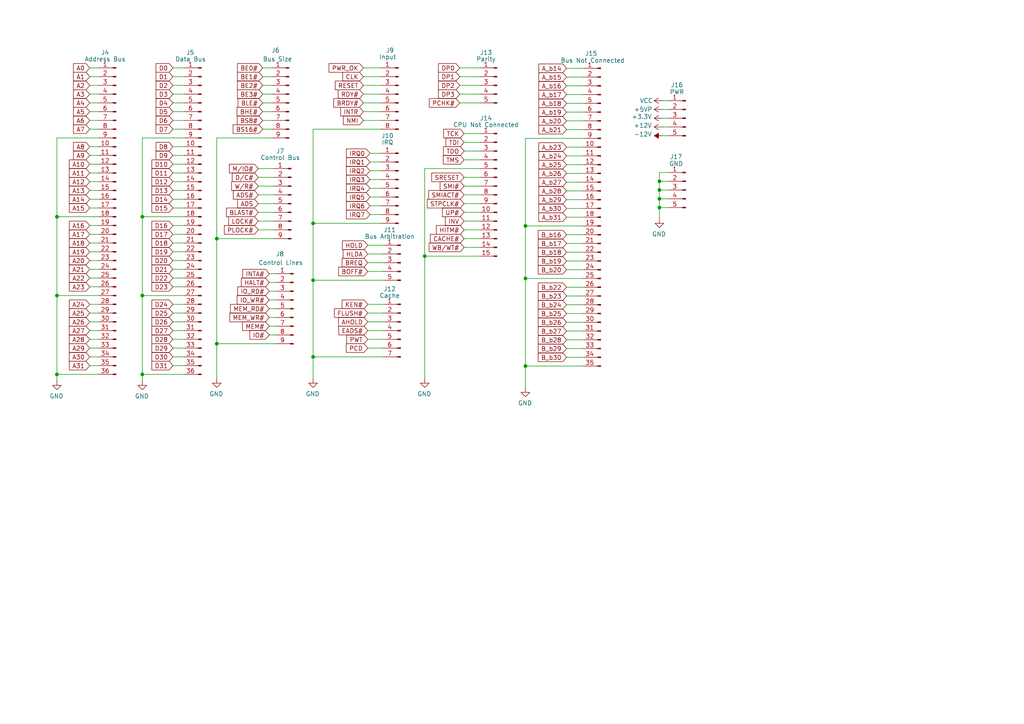
<source format=kicad_sch>
(kicad_sch (version 20211123) (generator eeschema)
  (paper "A4")
  (lib_symbols
    (symbol "Connector:Conn_01x05_Male" (pin_names (offset 1.016) hide)
      (property "Reference" "J" (at 0 7.62 0))
      (property "Value" "Conn_01x05_Male" (at 0 -7.62 0))
      (symbol "Conn_01x05_Male_1_1"
        (pin passive line (at 5.08 5.08 180) (length 3.81) (name "Pin_1") (number "1"))
        (pin passive line (at 5.08 2.54 180) (length 3.81) (name "Pin_2") (number "2"))
        (pin passive line (at 5.08 0 180) (length 3.81) (name "Pin_3") (number "3"))
        (pin passive line (at 5.08 -2.54 180) (length 3.81) (name "Pin_4") (number "4"))
        (pin passive line (at 5.08 -5.08 180) (length 3.81) (name "Pin_5") (number "5"))
      )
    )
    (symbol "Connector:Conn_01x07_Male" (pin_names (offset 1.016) hide)
      (property "Reference" "J" (at 0 10.16 0))
      (property "Value" "Conn_01x07_Male" (at 0 -10.16 0))
      (symbol "Conn_01x07_Male_1_1"
        (pin passive line (at 5.08 7.62 180) (length 3.81) (name "Pin_1") (number "1"))
        (pin passive line (at 5.08 5.08 180) (length 3.81) (name "Pin_2") (number "2"))
        (pin passive line (at 5.08 2.54 180) (length 3.81) (name "Pin_3") (number "3"))
        (pin passive line (at 5.08 0 180) (length 3.81) (name "Pin_4") (number "4"))
        (pin passive line (at 5.08 -2.54 180) (length 3.81) (name "Pin_5") (number "5"))
        (pin passive line (at 5.08 -5.08 180) (length 3.81) (name "Pin_6") (number "6"))
        (pin passive line (at 5.08 -7.62 180) (length 3.81) (name "Pin_7") (number "7"))
      )
    )
    (symbol "Connector:Conn_01x08_Male" (pin_names (offset 1.016) hide)
      (property "Reference" "J" (at 0 10.16 0))
      (property "Value" "Conn_01x08_Male" (at 0 -12.7 0))
      (symbol "Conn_01x08_Male_1_1"
        (pin passive line (at 5.08 7.62 180) (length 3.81) (name "Pin_1") (number "1"))
        (pin passive line (at 5.08 5.08 180) (length 3.81) (name "Pin_2") (number "2"))
        (pin passive line (at 5.08 2.54 180) (length 3.81) (name "Pin_3") (number "3"))
        (pin passive line (at 5.08 0 180) (length 3.81) (name "Pin_4") (number "4"))
        (pin passive line (at 5.08 -2.54 180) (length 3.81) (name "Pin_5") (number "5"))
        (pin passive line (at 5.08 -5.08 180) (length 3.81) (name "Pin_6") (number "6"))
        (pin passive line (at 5.08 -7.62 180) (length 3.81) (name "Pin_7") (number "7"))
        (pin passive line (at 5.08 -10.16 180) (length 3.81) (name "Pin_8") (number "8"))
      )
    )
    (symbol "Connector:Conn_01x09_Male" (pin_names (offset 1.016) hide)
      (property "Reference" "J" (at 0 12.7 0))
      (property "Value" "Conn_01x09_Male" (at 0 -12.7 0))
      (symbol "Conn_01x09_Male_1_1"
        (pin passive line (at 5.08 10.16 180) (length 3.81) (name "Pin_1") (number "1"))
        (pin passive line (at 5.08 7.62 180) (length 3.81) (name "Pin_2") (number "2"))
        (pin passive line (at 5.08 5.08 180) (length 3.81) (name "Pin_3") (number "3"))
        (pin passive line (at 5.08 2.54 180) (length 3.81) (name "Pin_4") (number "4"))
        (pin passive line (at 5.08 0 180) (length 3.81) (name "Pin_5") (number "5"))
        (pin passive line (at 5.08 -2.54 180) (length 3.81) (name "Pin_6") (number "6"))
        (pin passive line (at 5.08 -5.08 180) (length 3.81) (name "Pin_7") (number "7"))
        (pin passive line (at 5.08 -7.62 180) (length 3.81) (name "Pin_8") (number "8"))
        (pin passive line (at 5.08 -10.16 180) (length 3.81) (name "Pin_9") (number "9"))
      )
    )
    (symbol "Connector:Conn_01x15_Male" (pin_names (offset 1.016) hide)
      (property "Reference" "J" (at 0 20.32 0))
      (property "Value" "Conn_01x15_Male" (at 0 -20.32 0))
      (symbol "Conn_01x15_Male_1_1"
        (pin passive line (at 5.08 17.78 180) (length 3.81) (name "Pin_1") (number "1"))
        (pin passive line (at 5.08 -5.08 180) (length 3.81) (name "Pin_10") (number "10"))
        (pin passive line (at 5.08 -7.62 180) (length 3.81) (name "Pin_11") (number "11"))
        (pin passive line (at 5.08 -10.16 180) (length 3.81) (name "Pin_12") (number "12"))
        (pin passive line (at 5.08 -12.7 180) (length 3.81) (name "Pin_13") (number "13"))
        (pin passive line (at 5.08 -15.24 180) (length 3.81) (name "Pin_14") (number "14"))
        (pin passive line (at 5.08 -17.78 180) (length 3.81) (name "Pin_15") (number "15"))
        (pin passive line (at 5.08 15.24 180) (length 3.81) (name "Pin_2") (number "2"))
        (pin passive line (at 5.08 12.7 180) (length 3.81) (name "Pin_3") (number "3"))
        (pin passive line (at 5.08 10.16 180) (length 3.81) (name "Pin_4") (number "4"))
        (pin passive line (at 5.08 7.62 180) (length 3.81) (name "Pin_5") (number "5"))
        (pin passive line (at 5.08 5.08 180) (length 3.81) (name "Pin_6") (number "6"))
        (pin passive line (at 5.08 2.54 180) (length 3.81) (name "Pin_7") (number "7"))
        (pin passive line (at 5.08 0 180) (length 3.81) (name "Pin_8") (number "8"))
        (pin passive line (at 5.08 -2.54 180) (length 3.81) (name "Pin_9") (number "9"))
      )
    )
    (symbol "Connector:Conn_01x35_Male" (pin_names (offset 1.016) hide)
      (property "Reference" "J" (at 0 45.72 0))
      (property "Value" "Conn_01x35_Male" (at 0 -45.72 0))
      (symbol "Conn_01x35_Male_1_1"
        (pin passive line (at 5.08 43.18 180) (length 3.81) (name "Pin_1") (number "1"))
        (pin passive line (at 5.08 20.32 180) (length 3.81) (name "Pin_10") (number "10"))
        (pin passive line (at 5.08 17.78 180) (length 3.81) (name "Pin_11") (number "11"))
        (pin passive line (at 5.08 15.24 180) (length 3.81) (name "Pin_12") (number "12"))
        (pin passive line (at 5.08 12.7 180) (length 3.81) (name "Pin_13") (number "13"))
        (pin passive line (at 5.08 10.16 180) (length 3.81) (name "Pin_14") (number "14"))
        (pin passive line (at 5.08 7.62 180) (length 3.81) (name "Pin_15") (number "15"))
        (pin passive line (at 5.08 5.08 180) (length 3.81) (name "Pin_16") (number "16"))
        (pin passive line (at 5.08 2.54 180) (length 3.81) (name "Pin_17") (number "17"))
        (pin passive line (at 5.08 0 180) (length 3.81) (name "Pin_18") (number "18"))
        (pin passive line (at 5.08 -2.54 180) (length 3.81) (name "Pin_19") (number "19"))
        (pin passive line (at 5.08 40.64 180) (length 3.81) (name "Pin_2") (number "2"))
        (pin passive line (at 5.08 -5.08 180) (length 3.81) (name "Pin_20") (number "20"))
        (pin passive line (at 5.08 -7.62 180) (length 3.81) (name "Pin_21") (number "21"))
        (pin passive line (at 5.08 -10.16 180) (length 3.81) (name "Pin_22") (number "22"))
        (pin passive line (at 5.08 -12.7 180) (length 3.81) (name "Pin_23") (number "23"))
        (pin passive line (at 5.08 -15.24 180) (length 3.81) (name "Pin_24") (number "24"))
        (pin passive line (at 5.08 -17.78 180) (length 3.81) (name "Pin_25") (number "25"))
        (pin passive line (at 5.08 -20.32 180) (length 3.81) (name "Pin_26") (number "26"))
        (pin passive line (at 5.08 -22.86 180) (length 3.81) (name "Pin_27") (number "27"))
        (pin passive line (at 5.08 -25.4 180) (length 3.81) (name "Pin_28") (number "28"))
        (pin passive line (at 5.08 -27.94 180) (length 3.81) (name "Pin_29") (number "29"))
        (pin passive line (at 5.08 38.1 180) (length 3.81) (name "Pin_3") (number "3"))
        (pin passive line (at 5.08 -30.48 180) (length 3.81) (name "Pin_30") (number "30"))
        (pin passive line (at 5.08 -33.02 180) (length 3.81) (name "Pin_31") (number "31"))
        (pin passive line (at 5.08 -35.56 180) (length 3.81) (name "Pin_32") (number "32"))
        (pin passive line (at 5.08 -38.1 180) (length 3.81) (name "Pin_33") (number "33"))
        (pin passive line (at 5.08 -40.64 180) (length 3.81) (name "Pin_34") (number "34"))
        (pin passive line (at 5.08 -43.18 180) (length 3.81) (name "Pin_35") (number "35"))
        (pin passive line (at 5.08 35.56 180) (length 3.81) (name "Pin_4") (number "4"))
        (pin passive line (at 5.08 33.02 180) (length 3.81) (name "Pin_5") (number "5"))
        (pin passive line (at 5.08 30.48 180) (length 3.81) (name "Pin_6") (number "6"))
        (pin passive line (at 5.08 27.94 180) (length 3.81) (name "Pin_7") (number "7"))
        (pin passive line (at 5.08 25.4 180) (length 3.81) (name "Pin_8") (number "8"))
        (pin passive line (at 5.08 22.86 180) (length 3.81) (name "Pin_9") (number "9"))
      )
    )
    (symbol "Connector:Conn_01x36_Male" (pin_names (offset 1.016) hide)
      (property "Reference" "J" (at 0 45.72 0))
      (property "Value" "Conn_01x36_Male" (at 0 -48.26 0))
      (symbol "Conn_01x36_Male_1_1"
        (pin passive line (at 5.08 43.18 180) (length 3.81) (name "Pin_1") (number "1"))
        (pin passive line (at 5.08 20.32 180) (length 3.81) (name "Pin_10") (number "10"))
        (pin passive line (at 5.08 17.78 180) (length 3.81) (name "Pin_11") (number "11"))
        (pin passive line (at 5.08 15.24 180) (length 3.81) (name "Pin_12") (number "12"))
        (pin passive line (at 5.08 12.7 180) (length 3.81) (name "Pin_13") (number "13"))
        (pin passive line (at 5.08 10.16 180) (length 3.81) (name "Pin_14") (number "14"))
        (pin passive line (at 5.08 7.62 180) (length 3.81) (name "Pin_15") (number "15"))
        (pin passive line (at 5.08 5.08 180) (length 3.81) (name "Pin_16") (number "16"))
        (pin passive line (at 5.08 2.54 180) (length 3.81) (name "Pin_17") (number "17"))
        (pin passive line (at 5.08 0 180) (length 3.81) (name "Pin_18") (number "18"))
        (pin passive line (at 5.08 -2.54 180) (length 3.81) (name "Pin_19") (number "19"))
        (pin passive line (at 5.08 40.64 180) (length 3.81) (name "Pin_2") (number "2"))
        (pin passive line (at 5.08 -5.08 180) (length 3.81) (name "Pin_20") (number "20"))
        (pin passive line (at 5.08 -7.62 180) (length 3.81) (name "Pin_21") (number "21"))
        (pin passive line (at 5.08 -10.16 180) (length 3.81) (name "Pin_22") (number "22"))
        (pin passive line (at 5.08 -12.7 180) (length 3.81) (name "Pin_23") (number "23"))
        (pin passive line (at 5.08 -15.24 180) (length 3.81) (name "Pin_24") (number "24"))
        (pin passive line (at 5.08 -17.78 180) (length 3.81) (name "Pin_25") (number "25"))
        (pin passive line (at 5.08 -20.32 180) (length 3.81) (name "Pin_26") (number "26"))
        (pin passive line (at 5.08 -22.86 180) (length 3.81) (name "Pin_27") (number "27"))
        (pin passive line (at 5.08 -25.4 180) (length 3.81) (name "Pin_28") (number "28"))
        (pin passive line (at 5.08 -27.94 180) (length 3.81) (name "Pin_29") (number "29"))
        (pin passive line (at 5.08 38.1 180) (length 3.81) (name "Pin_3") (number "3"))
        (pin passive line (at 5.08 -30.48 180) (length 3.81) (name "Pin_30") (number "30"))
        (pin passive line (at 5.08 -33.02 180) (length 3.81) (name "Pin_31") (number "31"))
        (pin passive line (at 5.08 -35.56 180) (length 3.81) (name "Pin_32") (number "32"))
        (pin passive line (at 5.08 -38.1 180) (length 3.81) (name "Pin_33") (number "33"))
        (pin passive line (at 5.08 -40.64 180) (length 3.81) (name "Pin_34") (number "34"))
        (pin passive line (at 5.08 -43.18 180) (length 3.81) (name "Pin_35") (number "35"))
        (pin passive line (at 5.08 -45.72 180) (length 3.81) (name "Pin_36") (number "36"))
        (pin passive line (at 5.08 35.56 180) (length 3.81) (name "Pin_4") (number "4"))
        (pin passive line (at 5.08 33.02 180) (length 3.81) (name "Pin_5") (number "5"))
        (pin passive line (at 5.08 30.48 180) (length 3.81) (name "Pin_6") (number "6"))
        (pin passive line (at 5.08 27.94 180) (length 3.81) (name "Pin_7") (number "7"))
        (pin passive line (at 5.08 25.4 180) (length 3.81) (name "Pin_8") (number "8"))
        (pin passive line (at 5.08 22.86 180) (length 3.81) (name "Pin_9") (number "9"))
      )
    )
    (symbol "power:+12V" (power) (pin_names (offset 0))
      (property "Value" "+12V" (at 0 3.556 0))
      (symbol "+12V_1_1"
        (pin power_in line (at 0 0 90) (length 0) hide (name "+12V") (number "1"))
      )
    )
    (symbol "power:+3.3V" (power) (pin_names (offset 0))
      (property "Value" "+3.3V" (at 0 3.556 0))
      (symbol "+3.3V_1_1"
        (pin power_in line (at 0 0 90) (length 0) hide (name "+3.3V") (number "1"))
      )
    )
    (symbol "power:+5VP" (power) (pin_names (offset 0))
      (property "Value" "+5VP" (at 0 3.556 0))
      (symbol "+5VP_1_1"
        (pin power_in line (at 0 0 90) (length 0) hide (name "+5VP") (number "1"))
      )
    )
    (symbol "power:-12V" (power) (pin_names (offset 0))
      (property "Value" "-12V" (at 0 3.81 0))
      (symbol "-12V_0_0"
        (pin power_in line (at 0 0 90) (length 0) hide (name "-12V") (number "1"))
      )
    )
    (symbol "power:GND" (power) (pin_names (offset 0))
      (property "Value" "GND" (at 0 -3.81 0))
      (symbol "GND_1_1"
        (pin power_in line (at 0 0 270) (length 0) hide (name "GND") (number "1"))
      )
    )
    (symbol "power:VCC" (power) (pin_names (offset 0))
      (property "Value" "VCC" (at 0 3.81 0))
      (symbol "VCC_1_1"
        (pin power_in line (at 0 0 90) (length 0) hide (name "VCC") (number "1"))
      )
    )
  )
  (junction (at 152.4 65.532))
  (junction (at 16.51 85.725))
  (junction (at 191.262 55.118))
  (junction (at 62.865 69.215))
  (junction (at 191.262 60.198))
  (junction (at 123.19 74.295))
  (junction (at 62.865 99.695))
  (junction (at 41.275 108.585))
  (junction (at 41.275 85.725))
  (junction (at 152.4 80.772))
  (junction (at 191.262 52.578))
  (junction (at 41.275 62.865))
  (junction (at 191.262 57.658))
  (junction (at 90.805 64.77))
  (junction (at 16.51 108.585))
  (junction (at 90.805 81.28))
  (junction (at 16.51 62.865))
  (junction (at 90.805 103.505))
  (junction (at 152.4 106.172))
  (wire (pts (xy 106.68 76.2) (xy 111.125 76.2)))
  (wire (pts (xy 107.315 54.61) (xy 110.49 54.61)))
  (wire (pts (xy 134.62 41.275) (xy 139.065 41.275)))
  (wire (pts (xy 134.62 43.815) (xy 139.065 43.815)))
  (wire (pts (xy 53.34 70.485) (xy 50.165 70.485)))
  (wire (pts (xy 28.575 57.785) (xy 26.035 57.785)))
  (wire (pts (xy 105.41 34.925) (xy 110.49 34.925)))
  (wire (pts (xy 152.4 65.532) (xy 169.164 65.532)))
  (wire (pts (xy 134.62 71.755) (xy 139.065 71.755)))
  (wire (pts (xy 169.164 19.812) (xy 164.338 19.812)))
  (wire (pts (xy 28.575 52.705) (xy 26.035 52.705)))
  (wire (pts (xy 74.93 56.515) (xy 79.375 56.515)))
  (wire (pts (xy 133.35 29.845) (xy 139.065 29.845)))
  (wire (pts (xy 105.41 27.305) (xy 110.49 27.305)))
  (wire (pts (xy 90.805 81.28) (xy 111.125 81.28)))
  (wire (pts (xy 28.575 80.645) (xy 26.035 80.645)))
  (wire (pts (xy 28.575 34.925) (xy 26.035 34.925)))
  (wire (pts (xy 164.338 78.232) (xy 169.164 78.232)))
  (wire (pts (xy 53.34 45.085) (xy 50.165 45.085)))
  (wire (pts (xy 134.62 38.735) (xy 139.065 38.735)))
  (wire (pts (xy 50.165 83.185) (xy 53.34 83.185)))
  (wire (pts (xy 139.065 74.295) (xy 123.19 74.295)))
  (wire (pts (xy 106.68 78.74) (xy 111.125 78.74)))
  (wire (pts (xy 53.34 103.505) (xy 50.165 103.505)))
  (wire (pts (xy 193.802 31.75) (xy 192.278 31.75)))
  (wire (pts (xy 169.164 35.052) (xy 164.338 35.052)))
  (wire (pts (xy 164.338 96.012) (xy 169.164 96.012)))
  (wire (pts (xy 105.41 24.765) (xy 110.49 24.765)))
  (wire (pts (xy 62.865 40.005) (xy 62.865 69.215)))
  (wire (pts (xy 193.802 34.29) (xy 192.278 34.29)))
  (wire (pts (xy 28.575 98.425) (xy 26.035 98.425)))
  (wire (pts (xy 28.575 47.625) (xy 26.035 47.625)))
  (wire (pts (xy 139.065 24.765) (xy 133.35 24.765)))
  (wire (pts (xy 28.575 88.265) (xy 26.035 88.265)))
  (wire (pts (xy 164.338 62.992) (xy 169.164 62.992)))
  (wire (pts (xy 193.802 52.578) (xy 191.262 52.578)))
  (wire (pts (xy 53.34 93.345) (xy 50.165 93.345)))
  (wire (pts (xy 139.065 22.225) (xy 133.35 22.225)))
  (wire (pts (xy 28.575 106.045) (xy 26.035 106.045)))
  (wire (pts (xy 28.575 42.545) (xy 26.035 42.545)))
  (wire (pts (xy 50.165 42.545) (xy 53.34 42.545)))
  (wire (pts (xy 193.802 60.198) (xy 191.262 60.198)))
  (wire (pts (xy 62.865 99.695) (xy 80.01 99.695)))
  (wire (pts (xy 169.164 80.772) (xy 152.4 80.772)))
  (wire (pts (xy 169.164 27.432) (xy 164.338 27.432)))
  (wire (pts (xy 134.62 56.515) (xy 139.065 56.515)))
  (wire (pts (xy 62.865 40.005) (xy 78.74 40.005)))
  (wire (pts (xy 74.93 59.055) (xy 79.375 59.055)))
  (wire (pts (xy 169.164 50.292) (xy 164.338 50.292)))
  (wire (pts (xy 53.34 62.865) (xy 41.275 62.865)))
  (wire (pts (xy 62.865 99.695) (xy 62.865 109.855)))
  (wire (pts (xy 26.035 22.225) (xy 28.575 22.225)))
  (wire (pts (xy 28.575 95.885) (xy 26.035 95.885)))
  (wire (pts (xy 134.62 51.435) (xy 139.065 51.435)))
  (wire (pts (xy 50.165 47.625) (xy 53.34 47.625)))
  (wire (pts (xy 28.575 37.465) (xy 26.035 37.465)))
  (wire (pts (xy 53.34 60.325) (xy 50.165 60.325)))
  (wire (pts (xy 50.165 90.805) (xy 53.34 90.805)))
  (wire (pts (xy 164.338 101.092) (xy 169.164 101.092)))
  (wire (pts (xy 28.575 29.845) (xy 26.035 29.845)))
  (wire (pts (xy 53.34 29.845) (xy 50.165 29.845)))
  (wire (pts (xy 76.2 24.765) (xy 78.74 24.765)))
  (wire (pts (xy 16.51 108.585) (xy 16.51 110.49)))
  (wire (pts (xy 152.4 80.772) (xy 152.4 106.172)))
  (wire (pts (xy 152.4 40.132) (xy 152.4 65.532)))
  (wire (pts (xy 28.575 62.865) (xy 16.51 62.865)))
  (wire (pts (xy 80.01 92.075) (xy 78.105 92.075)))
  (wire (pts (xy 123.19 48.895) (xy 123.19 74.295)))
  (wire (pts (xy 105.41 29.845) (xy 110.49 29.845)))
  (wire (pts (xy 28.575 70.485) (xy 26.035 70.485)))
  (wire (pts (xy 76.2 29.845) (xy 78.74 29.845)))
  (wire (pts (xy 53.34 34.925) (xy 50.165 34.925)))
  (wire (pts (xy 50.165 37.465) (xy 53.34 37.465)))
  (wire (pts (xy 74.93 64.135) (xy 79.375 64.135)))
  (wire (pts (xy 191.262 57.658) (xy 191.262 60.198)))
  (wire (pts (xy 28.575 103.505) (xy 26.035 103.505)))
  (wire (pts (xy 169.164 42.672) (xy 164.338 42.672)))
  (wire (pts (xy 79.375 66.675) (xy 74.93 66.675)))
  (wire (pts (xy 78.74 34.925) (xy 76.2 34.925)))
  (wire (pts (xy 16.51 62.865) (xy 16.51 85.725)))
  (wire (pts (xy 169.164 60.452) (xy 164.338 60.452)))
  (wire (pts (xy 134.62 61.595) (xy 139.065 61.595)))
  (wire (pts (xy 169.164 24.892) (xy 164.338 24.892)))
  (wire (pts (xy 50.165 32.385) (xy 53.34 32.385)))
  (wire (pts (xy 28.575 50.165) (xy 26.035 50.165)))
  (wire (pts (xy 139.065 27.305) (xy 133.35 27.305)))
  (wire (pts (xy 50.165 52.705) (xy 53.34 52.705)))
  (wire (pts (xy 139.065 19.685) (xy 133.35 19.685)))
  (wire (pts (xy 74.93 51.435) (xy 79.375 51.435)))
  (wire (pts (xy 74.93 48.895) (xy 79.375 48.895)))
  (wire (pts (xy 80.01 79.375) (xy 78.105 79.375)))
  (wire (pts (xy 123.19 74.295) (xy 123.19 109.855)))
  (wire (pts (xy 134.62 59.055) (xy 139.065 59.055)))
  (wire (pts (xy 28.575 73.025) (xy 26.035 73.025)))
  (wire (pts (xy 106.68 71.12) (xy 111.125 71.12)))
  (wire (pts (xy 134.62 69.215) (xy 139.065 69.215)))
  (wire (pts (xy 164.338 85.852) (xy 169.164 85.852)))
  (wire (pts (xy 41.275 85.725) (xy 41.275 108.585)))
  (wire (pts (xy 106.68 93.345) (xy 111.125 93.345)))
  (wire (pts (xy 53.34 88.265) (xy 50.165 88.265)))
  (wire (pts (xy 152.4 106.172) (xy 152.4 112.522)))
  (wire (pts (xy 169.164 52.832) (xy 164.338 52.832)))
  (wire (pts (xy 191.262 63.5) (xy 191.262 60.198)))
  (wire (pts (xy 193.802 29.21) (xy 192.278 29.21)))
  (wire (pts (xy 76.2 37.465) (xy 78.74 37.465)))
  (wire (pts (xy 50.165 27.305) (xy 53.34 27.305)))
  (wire (pts (xy 78.74 27.305) (xy 76.2 27.305)))
  (wire (pts (xy 62.865 69.215) (xy 62.865 99.695)))
  (wire (pts (xy 107.315 62.23) (xy 110.49 62.23)))
  (wire (pts (xy 164.338 70.612) (xy 169.164 70.612)))
  (wire (pts (xy 111.125 90.805) (xy 106.68 90.805)))
  (wire (pts (xy 28.575 27.305) (xy 26.035 27.305)))
  (wire (pts (xy 90.805 64.77) (xy 90.805 81.28)))
  (wire (pts (xy 193.802 36.83) (xy 192.278 36.83)))
  (wire (pts (xy 107.315 52.07) (xy 110.49 52.07)))
  (wire (pts (xy 134.62 46.355) (xy 139.065 46.355)))
  (wire (pts (xy 164.338 83.312) (xy 169.164 83.312)))
  (wire (pts (xy 78.105 94.615) (xy 80.01 94.615)))
  (wire (pts (xy 193.802 39.37) (xy 192.278 39.37)))
  (wire (pts (xy 169.164 45.212) (xy 164.338 45.212)))
  (wire (pts (xy 105.41 19.685) (xy 110.49 19.685)))
  (wire (pts (xy 50.165 57.785) (xy 53.34 57.785)))
  (wire (pts (xy 107.315 59.69) (xy 110.49 59.69)))
  (wire (pts (xy 152.4 65.532) (xy 152.4 80.772)))
  (wire (pts (xy 169.164 22.352) (xy 164.338 22.352)))
  (wire (pts (xy 90.805 103.505) (xy 111.125 103.505)))
  (wire (pts (xy 134.62 66.675) (xy 139.065 66.675)))
  (wire (pts (xy 105.41 32.385) (xy 110.49 32.385)))
  (wire (pts (xy 28.575 40.005) (xy 16.51 40.005)))
  (wire (pts (xy 106.68 73.66) (xy 111.125 73.66)))
  (wire (pts (xy 50.165 95.885) (xy 53.34 95.885)))
  (wire (pts (xy 80.01 81.915) (xy 78.105 81.915)))
  (wire (pts (xy 139.065 48.895) (xy 123.19 48.895)))
  (wire (pts (xy 107.315 49.53) (xy 110.49 49.53)))
  (wire (pts (xy 74.93 61.595) (xy 79.375 61.595)))
  (wire (pts (xy 53.34 85.725) (xy 41.275 85.725)))
  (wire (pts (xy 41.275 108.585) (xy 53.34 108.585)))
  (wire (pts (xy 28.575 83.185) (xy 26.035 83.185)))
  (wire (pts (xy 50.165 65.405) (xy 53.34 65.405)))
  (wire (pts (xy 53.34 75.565) (xy 50.165 75.565)))
  (wire (pts (xy 28.575 55.245) (xy 26.035 55.245)))
  (wire (pts (xy 53.34 24.765) (xy 50.165 24.765)))
  (wire (pts (xy 50.165 100.965) (xy 53.34 100.965)))
  (wire (pts (xy 169.164 40.132) (xy 152.4 40.132)))
  (wire (pts (xy 191.262 52.578) (xy 191.262 55.118)))
  (wire (pts (xy 134.62 64.135) (xy 139.065 64.135)))
  (wire (pts (xy 28.575 75.565) (xy 26.035 75.565)))
  (wire (pts (xy 164.338 93.472) (xy 169.164 93.472)))
  (wire (pts (xy 78.74 32.385) (xy 76.2 32.385)))
  (wire (pts (xy 16.51 85.725) (xy 16.51 108.585)))
  (wire (pts (xy 53.34 19.685) (xy 50.165 19.685)))
  (wire (pts (xy 90.805 37.465) (xy 90.805 64.77)))
  (wire (pts (xy 164.338 98.552) (xy 169.164 98.552)))
  (wire (pts (xy 50.165 67.945) (xy 53.34 67.945)))
  (wire (pts (xy 169.164 55.372) (xy 164.338 55.372)))
  (wire (pts (xy 41.275 40.005) (xy 41.275 62.865)))
  (wire (pts (xy 28.575 85.725) (xy 16.51 85.725)))
  (wire (pts (xy 41.275 62.865) (xy 41.275 85.725)))
  (wire (pts (xy 78.74 22.225) (xy 76.2 22.225)))
  (wire (pts (xy 169.164 37.592) (xy 164.338 37.592)))
  (wire (pts (xy 28.575 24.765) (xy 26.035 24.765)))
  (wire (pts (xy 107.315 57.15) (xy 110.49 57.15)))
  (wire (pts (xy 134.62 53.975) (xy 139.065 53.975)))
  (wire (pts (xy 107.315 44.45) (xy 110.49 44.45)))
  (wire (pts (xy 53.34 40.005) (xy 41.275 40.005)))
  (wire (pts (xy 90.805 81.28) (xy 90.805 103.505)))
  (wire (pts (xy 28.575 93.345) (xy 26.035 93.345)))
  (wire (pts (xy 50.165 22.225) (xy 53.34 22.225)))
  (wire (pts (xy 78.105 97.155) (xy 80.01 97.155)))
  (wire (pts (xy 28.575 45.085) (xy 26.035 45.085)))
  (wire (pts (xy 105.41 22.225) (xy 110.49 22.225)))
  (wire (pts (xy 193.802 55.118) (xy 191.262 55.118)))
  (wire (pts (xy 28.575 60.325) (xy 26.035 60.325)))
  (wire (pts (xy 106.68 88.265) (xy 111.125 88.265)))
  (wire (pts (xy 80.01 86.995) (xy 78.105 86.995)))
  (wire (pts (xy 28.575 65.405) (xy 26.035 65.405)))
  (wire (pts (xy 164.338 88.392) (xy 169.164 88.392)))
  (wire (pts (xy 164.338 103.632) (xy 169.164 103.632)))
  (wire (pts (xy 169.164 32.512) (xy 164.338 32.512)))
  (wire (pts (xy 50.165 73.025) (xy 53.34 73.025)))
  (wire (pts (xy 28.575 100.965) (xy 26.035 100.965)))
  (wire (pts (xy 79.375 69.215) (xy 62.865 69.215)))
  (wire (pts (xy 106.68 95.885) (xy 111.125 95.885)))
  (wire (pts (xy 28.575 67.945) (xy 26.035 67.945)))
  (wire (pts (xy 53.34 98.425) (xy 50.165 98.425)))
  (wire (pts (xy 169.164 47.752) (xy 164.338 47.752)))
  (wire (pts (xy 80.01 84.455) (xy 78.105 84.455)))
  (wire (pts (xy 28.575 19.685) (xy 26.035 19.685)))
  (wire (pts (xy 16.51 40.005) (xy 16.51 62.865)))
  (wire (pts (xy 191.262 50.038) (xy 191.262 52.578)))
  (wire (pts (xy 90.805 64.77) (xy 110.49 64.77)))
  (wire (pts (xy 80.01 89.535) (xy 78.105 89.535)))
  (wire (pts (xy 169.164 29.972) (xy 164.338 29.972)))
  (wire (pts (xy 53.34 80.645) (xy 50.165 80.645)))
  (wire (pts (xy 164.338 73.152) (xy 169.164 73.152)))
  (wire (pts (xy 74.93 53.975) (xy 79.375 53.975)))
  (wire (pts (xy 193.802 50.038) (xy 191.262 50.038)))
  (wire (pts (xy 53.34 55.245) (xy 50.165 55.245)))
  (wire (pts (xy 76.2 19.685) (xy 78.74 19.685)))
  (wire (pts (xy 193.802 57.658) (xy 191.262 57.658)))
  (wire (pts (xy 53.34 50.165) (xy 50.165 50.165)))
  (wire (pts (xy 41.275 108.585) (xy 41.275 110.49)))
  (wire (pts (xy 28.575 90.805) (xy 26.035 90.805)))
  (wire (pts (xy 90.805 37.465) (xy 110.49 37.465)))
  (wire (pts (xy 191.262 55.118) (xy 191.262 57.658)))
  (wire (pts (xy 16.51 108.585) (xy 28.575 108.585)))
  (wire (pts (xy 106.68 98.425) (xy 111.125 98.425)))
  (wire (pts (xy 169.164 57.912) (xy 164.338 57.912)))
  (wire (pts (xy 90.805 103.505) (xy 90.805 109.855)))
  (wire (pts (xy 28.575 78.105) (xy 26.035 78.105)))
  (wire (pts (xy 50.165 106.045) (xy 53.34 106.045)))
  (wire (pts (xy 107.315 46.99) (xy 110.49 46.99)))
  (wire (pts (xy 50.165 78.105) (xy 53.34 78.105)))
  (wire (pts (xy 164.338 75.692) (xy 169.164 75.692)))
  (wire (pts (xy 152.4 106.172) (xy 169.164 106.172)))
  (wire (pts (xy 28.575 32.385) (xy 26.035 32.385)))
  (wire (pts (xy 164.338 68.072) (xy 169.164 68.072)))
  (wire (pts (xy 164.338 90.932) (xy 169.164 90.932)))
  (wire (pts (xy 106.68 100.965) (xy 111.125 100.965)))
  (global_label "RESET" (shape input) (at 105.41 24.765 180) (property "Intersheet References" "${INTERSHEET_REFS}" (effects hide)))
  (global_label "A3" (shape input) (at 26.035 27.305 180) (property "Intersheet References" "${INTERSHEET_REFS}" (effects hide)))
  (global_label "D18" (shape input) (at 50.165 70.485 180) (property "Intersheet References" "${INTERSHEET_REFS}" (effects hide)))
  (global_label "MEM_WR#" (shape input) (at 78.105 92.075 180) (property "Intersheet References" "${INTERSHEET_REFS}" (effects hide)))
  (global_label "A29" (shape input) (at 26.035 100.965 180) (property "Intersheet References" "${INTERSHEET_REFS}" (effects hide)))
  (global_label "ADS" (shape input) (at 74.93 59.055 180) (property "Intersheet References" "${INTERSHEET_REFS}" (effects hide)))
  (global_label "PWT" (shape input) (at 106.68 98.425 180) (property "Intersheet References" "${INTERSHEET_REFS}" (effects hide)))
  (global_label "EADS#" (shape input) (at 106.68 95.885 180) (property "Intersheet References" "${INTERSHEET_REFS}" (effects hide)))
  (global_label "A_b24" (shape input) (at 164.338 45.212 180) (property "Intersheet References" "${INTERSHEET_REFS}" (effects hide)))
  (global_label "D24" (shape input) (at 50.165 88.265 180) (property "Intersheet References" "${INTERSHEET_REFS}" (effects hide)))
  (global_label "IRQ7" (shape input) (at 107.315 62.23 180) (property "Intersheet References" "${INTERSHEET_REFS}" (effects hide)))
  (global_label "D23" (shape input) (at 50.165 83.185 180) (property "Intersheet References" "${INTERSHEET_REFS}" (effects hide)))
  (global_label "A2" (shape input) (at 26.035 24.765 180) (property "Intersheet References" "${INTERSHEET_REFS}" (effects hide)))
  (global_label "PCHK#" (shape input) (at 133.35 29.845 180) (property "Intersheet References" "${INTERSHEET_REFS}" (effects hide)))
  (global_label "D22" (shape input) (at 50.165 80.645 180) (property "Intersheet References" "${INTERSHEET_REFS}" (effects hide)))
  (global_label "D3" (shape input) (at 50.165 27.305 180) (property "Intersheet References" "${INTERSHEET_REFS}" (effects hide)))
  (global_label "A30" (shape input) (at 26.035 103.505 180) (property "Intersheet References" "${INTERSHEET_REFS}" (effects hide)))
  (global_label "B_b26" (shape input) (at 164.338 93.472 180) (property "Intersheet References" "${INTERSHEET_REFS}" (effects hide)))
  (global_label "BRDY#" (shape input) (at 105.41 29.845 180) (property "Intersheet References" "${INTERSHEET_REFS}" (effects hide)))
  (global_label "A_b14" (shape input) (at 164.338 19.812 180) (property "Intersheet References" "${INTERSHEET_REFS}" (effects hide)))
  (global_label "D9" (shape input) (at 50.165 45.085 180) (property "Intersheet References" "${INTERSHEET_REFS}" (effects hide)))
  (global_label "UP#" (shape input) (at 134.62 61.595 180) (property "Intersheet References" "${INTERSHEET_REFS}" (effects hide)))
  (global_label "A5" (shape input) (at 26.035 32.385 180) (property "Intersheet References" "${INTERSHEET_REFS}" (effects hide)))
  (global_label "A8" (shape input) (at 26.035 42.545 180) (property "Intersheet References" "${INTERSHEET_REFS}" (effects hide)))
  (global_label "A_b26" (shape input) (at 164.338 50.292 180) (property "Intersheet References" "${INTERSHEET_REFS}" (effects hide)))
  (global_label "A14" (shape input) (at 26.035 57.785 180) (property "Intersheet References" "${INTERSHEET_REFS}" (effects hide)))
  (global_label "BOFF#" (shape input) (at 106.68 78.74 180) (property "Intersheet References" "${INTERSHEET_REFS}" (effects hide)))
  (global_label "IRQ1" (shape input) (at 107.315 46.99 180) (property "Intersheet References" "${INTERSHEET_REFS}" (effects hide)))
  (global_label "D0" (shape input) (at 50.165 19.685 180) (property "Intersheet References" "${INTERSHEET_REFS}" (effects hide)))
  (global_label "CACHE#" (shape input) (at 134.62 69.215 180) (property "Intersheet References" "${INTERSHEET_REFS}" (effects hide)))
  (global_label "A18" (shape input) (at 26.035 70.485 180) (property "Intersheet References" "${INTERSHEET_REFS}" (effects hide)))
  (global_label "D17" (shape input) (at 50.165 67.945 180) (property "Intersheet References" "${INTERSHEET_REFS}" (effects hide)))
  (global_label "RDY#" (shape input) (at 105.41 27.305 180) (property "Intersheet References" "${INTERSHEET_REFS}" (effects hide)))
  (global_label "HALT#" (shape input) (at 78.105 81.915 180) (property "Intersheet References" "${INTERSHEET_REFS}" (effects hide)))
  (global_label "A_b27" (shape input) (at 164.338 52.832 180) (property "Intersheet References" "${INTERSHEET_REFS}" (effects hide)))
  (global_label "B_b18" (shape input) (at 164.338 73.152 180) (property "Intersheet References" "${INTERSHEET_REFS}" (effects hide)))
  (global_label "A21" (shape input) (at 26.035 78.105 180) (property "Intersheet References" "${INTERSHEET_REFS}" (effects hide)))
  (global_label "A1" (shape input) (at 26.035 22.225 180) (property "Intersheet References" "${INTERSHEET_REFS}" (effects hide)))
  (global_label "BLAST#" (shape input) (at 74.93 61.595 180) (property "Intersheet References" "${INTERSHEET_REFS}" (effects hide)))
  (global_label "DP0" (shape input) (at 133.35 19.685 180) (property "Intersheet References" "${INTERSHEET_REFS}" (effects hide)))
  (global_label "IO_RD#" (shape input) (at 78.105 84.455 180) (property "Intersheet References" "${INTERSHEET_REFS}" (effects hide)))
  (global_label "D25" (shape input) (at 50.165 90.805 180) (property "Intersheet References" "${INTERSHEET_REFS}" (effects hide)))
  (global_label "IRQ0" (shape input) (at 107.315 44.45 180) (property "Intersheet References" "${INTERSHEET_REFS}" (effects hide)))
  (global_label "A28" (shape input) (at 26.035 98.425 180) (property "Intersheet References" "${INTERSHEET_REFS}" (effects hide)))
  (global_label "INTR" (shape input) (at 105.41 32.385 180) (property "Intersheet References" "${INTERSHEET_REFS}" (effects hide)))
  (global_label "TDI" (shape input) (at 134.62 41.275 180) (property "Intersheet References" "${INTERSHEET_REFS}" (effects hide)))
  (global_label "D15" (shape input) (at 50.165 60.325 180) (property "Intersheet References" "${INTERSHEET_REFS}" (effects hide)))
  (global_label "A12" (shape input) (at 26.035 52.705 180) (property "Intersheet References" "${INTERSHEET_REFS}" (effects hide)))
  (global_label "D12" (shape input) (at 50.165 52.705 180) (property "Intersheet References" "${INTERSHEET_REFS}" (effects hide)))
  (global_label "A22" (shape input) (at 26.035 80.645 180) (property "Intersheet References" "${INTERSHEET_REFS}" (effects hide)))
  (global_label "B_b25" (shape input) (at 164.338 90.932 180) (property "Intersheet References" "${INTERSHEET_REFS}" (effects hide)))
  (global_label "LOCK#" (shape input) (at 74.93 64.135 180) (property "Intersheet References" "${INTERSHEET_REFS}" (effects hide)))
  (global_label "D28" (shape input) (at 50.165 98.425 180) (property "Intersheet References" "${INTERSHEET_REFS}" (effects hide)))
  (global_label "B_b22" (shape input) (at 164.338 83.312 180) (property "Intersheet References" "${INTERSHEET_REFS}" (effects hide)))
  (global_label "TDO" (shape input) (at 134.62 43.815 180) (property "Intersheet References" "${INTERSHEET_REFS}" (effects hide)))
  (global_label "A27" (shape input) (at 26.035 95.885 180) (property "Intersheet References" "${INTERSHEET_REFS}" (effects hide)))
  (global_label "MEM_RD#" (shape input) (at 78.105 89.535 180) (property "Intersheet References" "${INTERSHEET_REFS}" (effects hide)))
  (global_label "STPCLK#" (shape input) (at 134.62 59.055 180) (property "Intersheet References" "${INTERSHEET_REFS}" (effects hide)))
  (global_label "IRQ2" (shape input) (at 107.315 49.53 180) (property "Intersheet References" "${INTERSHEET_REFS}" (effects hide)))
  (global_label "A4" (shape input) (at 26.035 29.845 180) (property "Intersheet References" "${INTERSHEET_REFS}" (effects hide)))
  (global_label "HLDA" (shape input) (at 106.68 73.66 180) (property "Intersheet References" "${INTERSHEET_REFS}" (effects hide)))
  (global_label "CLK" (shape input) (at 105.41 22.225 180) (property "Intersheet References" "${INTERSHEET_REFS}" (effects hide)))
  (global_label "A16" (shape input) (at 26.035 65.405 180) (property "Intersheet References" "${INTERSHEET_REFS}" (effects hide)))
  (global_label "BE1#" (shape input) (at 76.2 22.225 180) (property "Intersheet References" "${INTERSHEET_REFS}" (effects hide)))
  (global_label "D10" (shape input) (at 50.165 47.625 180) (property "Intersheet References" "${INTERSHEET_REFS}" (effects hide)))
  (global_label "BE2#" (shape input) (at 76.2 24.765 180) (property "Intersheet References" "${INTERSHEET_REFS}" (effects hide)))
  (global_label "A31" (shape input) (at 26.035 106.045 180) (property "Intersheet References" "${INTERSHEET_REFS}" (effects hide)))
  (global_label "DP2" (shape input) (at 133.35 24.765 180) (property "Intersheet References" "${INTERSHEET_REFS}" (effects hide)))
  (global_label "INTA#" (shape input) (at 78.105 79.375 180) (property "Intersheet References" "${INTERSHEET_REFS}" (effects hide)))
  (global_label "D30" (shape input) (at 50.165 103.505 180) (property "Intersheet References" "${INTERSHEET_REFS}" (effects hide)))
  (global_label "MEM#" (shape input) (at 78.105 94.615 180) (property "Intersheet References" "${INTERSHEET_REFS}" (effects hide)))
  (global_label "IRQ6" (shape input) (at 107.315 59.69 180) (property "Intersheet References" "${INTERSHEET_REFS}" (effects hide)))
  (global_label "W{slash}R#" (shape input) (at 74.93 53.975 180) (property "Intersheet References" "${INTERSHEET_REFS}" (effects hide)))
  (global_label "A_b21" (shape input) (at 164.338 37.592 180) (property "Intersheet References" "${INTERSHEET_REFS}" (effects hide)))
  (global_label "A19" (shape input) (at 26.035 73.025 180) (property "Intersheet References" "${INTERSHEET_REFS}" (effects hide)))
  (global_label "INV" (shape input) (at 134.62 64.135 180) (property "Intersheet References" "${INTERSHEET_REFS}" (effects hide)))
  (global_label "HITM#" (shape input) (at 134.62 66.675 180) (property "Intersheet References" "${INTERSHEET_REFS}" (effects hide)))
  (global_label "BREQ" (shape input) (at 106.68 76.2 180) (property "Intersheet References" "${INTERSHEET_REFS}" (effects hide)))
  (global_label "PCD" (shape input) (at 106.68 100.965 180) (property "Intersheet References" "${INTERSHEET_REFS}" (effects hide)))
  (global_label "BE0#" (shape input) (at 76.2 19.685 180) (property "Intersheet References" "${INTERSHEET_REFS}" (effects hide)))
  (global_label "D21" (shape input) (at 50.165 78.105 180) (property "Intersheet References" "${INTERSHEET_REFS}" (effects hide)))
  (global_label "A_b19" (shape input) (at 164.338 32.512 180) (property "Intersheet References" "${INTERSHEET_REFS}" (effects hide)))
  (global_label "IO#" (shape input) (at 78.105 97.155 180) (property "Intersheet References" "${INTERSHEET_REFS}" (effects hide)))
  (global_label "PLOCK#" (shape input) (at 74.93 66.675 180) (property "Intersheet References" "${INTERSHEET_REFS}" (effects hide)))
  (global_label "A_b29" (shape input) (at 164.338 57.912 180) (property "Intersheet References" "${INTERSHEET_REFS}" (effects hide)))
  (global_label "A25" (shape input) (at 26.035 90.805 180) (property "Intersheet References" "${INTERSHEET_REFS}" (effects hide)))
  (global_label "D27" (shape input) (at 50.165 95.885 180) (property "Intersheet References" "${INTERSHEET_REFS}" (effects hide)))
  (global_label "A20" (shape input) (at 26.035 75.565 180) (property "Intersheet References" "${INTERSHEET_REFS}" (effects hide)))
  (global_label "SMIACT#" (shape input) (at 134.62 56.515 180) (property "Intersheet References" "${INTERSHEET_REFS}" (effects hide)))
  (global_label "M{slash}IO#" (shape input) (at 74.93 48.895 180) (property "Intersheet References" "${INTERSHEET_REFS}" (effects hide)))
  (global_label "AHOLD" (shape input) (at 106.68 93.345 180) (property "Intersheet References" "${INTERSHEET_REFS}" (effects hide)))
  (global_label "A_b30" (shape input) (at 164.338 60.452 180) (property "Intersheet References" "${INTERSHEET_REFS}" (effects hide)))
  (global_label "BHE#" (shape input) (at 76.2 32.385 180) (property "Intersheet References" "${INTERSHEET_REFS}" (effects hide)))
  (global_label "D7" (shape input) (at 50.165 37.465 180) (property "Intersheet References" "${INTERSHEET_REFS}" (effects hide)))
  (global_label "B_b24" (shape input) (at 164.338 88.392 180) (property "Intersheet References" "${INTERSHEET_REFS}" (effects hide)))
  (global_label "A10" (shape input) (at 26.035 47.625 180) (property "Intersheet References" "${INTERSHEET_REFS}" (effects hide)))
  (global_label "A_b25" (shape input) (at 164.338 47.752 180) (property "Intersheet References" "${INTERSHEET_REFS}" (effects hide)))
  (global_label "A_b23" (shape input) (at 164.338 42.672 180) (property "Intersheet References" "${INTERSHEET_REFS}" (effects hide)))
  (global_label "A_b16" (shape input) (at 164.338 24.892 180) (property "Intersheet References" "${INTERSHEET_REFS}" (effects hide)))
  (global_label "A6" (shape input) (at 26.035 34.925 180) (property "Intersheet References" "${INTERSHEET_REFS}" (effects hide)))
  (global_label "A_b15" (shape input) (at 164.338 22.352 180) (property "Intersheet References" "${INTERSHEET_REFS}" (effects hide)))
  (global_label "B_b20" (shape input) (at 164.338 78.232 180) (property "Intersheet References" "${INTERSHEET_REFS}" (effects hide)))
  (global_label "D14" (shape input) (at 50.165 57.785 180) (property "Intersheet References" "${INTERSHEET_REFS}" (effects hide)))
  (global_label "B_b28" (shape input) (at 164.338 98.552 180) (property "Intersheet References" "${INTERSHEET_REFS}" (effects hide)))
  (global_label "A26" (shape input) (at 26.035 93.345 180) (property "Intersheet References" "${INTERSHEET_REFS}" (effects hide)))
  (global_label "NMI" (shape input) (at 105.41 34.925 180) (property "Intersheet References" "${INTERSHEET_REFS}" (effects hide)))
  (global_label "D11" (shape input) (at 50.165 50.165 180) (property "Intersheet References" "${INTERSHEET_REFS}" (effects hide)))
  (global_label "HOLD" (shape input) (at 106.68 71.12 180) (property "Intersheet References" "${INTERSHEET_REFS}" (effects hide)))
  (global_label "A_b17" (shape input) (at 164.338 27.432 180) (property "Intersheet References" "${INTERSHEET_REFS}" (effects hide)))
  (global_label "A0" (shape input) (at 26.035 19.685 180) (property "Intersheet References" "${INTERSHEET_REFS}" (effects hide)))
  (global_label "D26" (shape input) (at 50.165 93.345 180) (property "Intersheet References" "${INTERSHEET_REFS}" (effects hide)))
  (global_label "B_b17" (shape input) (at 164.338 70.612 180) (property "Intersheet References" "${INTERSHEET_REFS}" (effects hide)))
  (global_label "SMI#" (shape input) (at 134.62 53.975 180) (property "Intersheet References" "${INTERSHEET_REFS}" (effects hide)))
  (global_label "DP1" (shape input) (at 133.35 22.225 180) (property "Intersheet References" "${INTERSHEET_REFS}" (effects hide)))
  (global_label "BS8#" (shape input) (at 76.2 34.925 180) (property "Intersheet References" "${INTERSHEET_REFS}" (effects hide)))
  (global_label "A17" (shape input) (at 26.035 67.945 180) (property "Intersheet References" "${INTERSHEET_REFS}" (effects hide)))
  (global_label "D29" (shape input) (at 50.165 100.965 180) (property "Intersheet References" "${INTERSHEET_REFS}" (effects hide)))
  (global_label "D6" (shape input) (at 50.165 34.925 180) (property "Intersheet References" "${INTERSHEET_REFS}" (effects hide)))
  (global_label "D4" (shape input) (at 50.165 29.845 180) (property "Intersheet References" "${INTERSHEET_REFS}" (effects hide)))
  (global_label "PWR_OK" (shape input) (at 105.41 19.685 180) (property "Intersheet References" "${INTERSHEET_REFS}" (effects hide)))
  (global_label "D13" (shape input) (at 50.165 55.245 180) (property "Intersheet References" "${INTERSHEET_REFS}" (effects hide)))
  (global_label "IO_WR#" (shape input) (at 78.105 86.995 180) (property "Intersheet References" "${INTERSHEET_REFS}" (effects hide)))
  (global_label "A9" (shape input) (at 26.035 45.085 180) (property "Intersheet References" "${INTERSHEET_REFS}" (effects hide)))
  (global_label "IRQ4" (shape input) (at 107.315 54.61 180) (property "Intersheet References" "${INTERSHEET_REFS}" (effects hide)))
  (global_label "BE3#" (shape input) (at 76.2 27.305 180) (property "Intersheet References" "${INTERSHEET_REFS}" (effects hide)))
  (global_label "D20" (shape input) (at 50.165 75.565 180) (property "Intersheet References" "${INTERSHEET_REFS}" (effects hide)))
  (global_label "A_b18" (shape input) (at 164.338 29.972 180) (property "Intersheet References" "${INTERSHEET_REFS}" (effects hide)))
  (global_label "KEN#" (shape input) (at 106.68 88.265 180) (property "Intersheet References" "${INTERSHEET_REFS}" (effects hide)))
  (global_label "TMS" (shape input) (at 134.62 46.355 180) (property "Intersheet References" "${INTERSHEET_REFS}" (effects hide)))
  (global_label "IRQ5" (shape input) (at 107.315 57.15 180) (property "Intersheet References" "${INTERSHEET_REFS}" (effects hide)))
  (global_label "A_b28" (shape input) (at 164.338 55.372 180) (property "Intersheet References" "${INTERSHEET_REFS}" (effects hide)))
  (global_label "B_b19" (shape input) (at 164.338 75.692 180) (property "Intersheet References" "${INTERSHEET_REFS}" (effects hide)))
  (global_label "A24" (shape input) (at 26.035 88.265 180) (property "Intersheet References" "${INTERSHEET_REFS}" (effects hide)))
  (global_label "D5" (shape input) (at 50.165 32.385 180) (property "Intersheet References" "${INTERSHEET_REFS}" (effects hide)))
  (global_label "B_b30" (shape input) (at 164.338 103.632 180) (property "Intersheet References" "${INTERSHEET_REFS}" (effects hide)))
  (global_label "D{slash}C#" (shape input) (at 74.93 51.435 180) (property "Intersheet References" "${INTERSHEET_REFS}" (effects hide)))
  (global_label "A13" (shape input) (at 26.035 55.245 180) (property "Intersheet References" "${INTERSHEET_REFS}" (effects hide)))
  (global_label "A_b31" (shape input) (at 164.338 62.992 180) (property "Intersheet References" "${INTERSHEET_REFS}" (effects hide)))
  (global_label "D1" (shape input) (at 50.165 22.225 180) (property "Intersheet References" "${INTERSHEET_REFS}" (effects hide)))
  (global_label "A23" (shape input) (at 26.035 83.185 180) (property "Intersheet References" "${INTERSHEET_REFS}" (effects hide)))
  (global_label "FLUSH#" (shape input) (at 106.68 90.805 180) (property "Intersheet References" "${INTERSHEET_REFS}" (effects hide)))
  (global_label "ADS#" (shape input) (at 74.93 56.515 180) (property "Intersheet References" "${INTERSHEET_REFS}" (effects hide)))
  (global_label "D31" (shape input) (at 50.165 106.045 180) (property "Intersheet References" "${INTERSHEET_REFS}" (effects hide)))
  (global_label "B_b29" (shape input) (at 164.338 101.092 180) (property "Intersheet References" "${INTERSHEET_REFS}" (effects hide)))
  (global_label "IRQ3" (shape input) (at 107.315 52.07 180) (property "Intersheet References" "${INTERSHEET_REFS}" (effects hide)))
  (global_label "B_b23" (shape input) (at 164.338 85.852 180) (property "Intersheet References" "${INTERSHEET_REFS}" (effects hide)))
  (global_label "D16" (shape input) (at 50.165 65.405 180) (property "Intersheet References" "${INTERSHEET_REFS}" (effects hide)))
  (global_label "D19" (shape input) (at 50.165 73.025 180) (property "Intersheet References" "${INTERSHEET_REFS}" (effects hide)))
  (global_label "BS16#" (shape input) (at 76.2 37.465 180) (property "Intersheet References" "${INTERSHEET_REFS}" (effects hide)))
  (global_label "TCK" (shape input) (at 134.62 38.735 180) (property "Intersheet References" "${INTERSHEET_REFS}" (effects hide)))
  (global_label "A15" (shape input) (at 26.035 60.325 180) (property "Intersheet References" "${INTERSHEET_REFS}" (effects hide)))
  (global_label "WB{slash}WT#" (shape input) (at 134.62 71.755 180) (property "Intersheet References" "${INTERSHEET_REFS}" (effects hide)))
  (global_label "A11" (shape input) (at 26.035 50.165 180) (property "Intersheet References" "${INTERSHEET_REFS}" (effects hide)))
  (global_label "D2" (shape input) (at 50.165 24.765 180) (property "Intersheet References" "${INTERSHEET_REFS}" (effects hide)))
  (global_label "DP3" (shape input) (at 133.35 27.305 180) (property "Intersheet References" "${INTERSHEET_REFS}" (effects hide)))
  (global_label "SRESET" (shape input) (at 134.62 51.435 180) (property "Intersheet References" "${INTERSHEET_REFS}" (effects hide)))
  (global_label "D8" (shape input) (at 50.165 42.545 180) (property "Intersheet References" "${INTERSHEET_REFS}" (effects hide)))
  (global_label "A7" (shape input) (at 26.035 37.465 180) (property "Intersheet References" "${INTERSHEET_REFS}" (effects hide)))
  (global_label "B_b16" (shape input) (at 164.338 68.072 180) (property "Intersheet References" "${INTERSHEET_REFS}" (effects hide)))
  (global_label "A_b20" (shape input) (at 164.338 35.052 180) (property "Intersheet References" "${INTERSHEET_REFS}" (effects hide)))
  (global_label "B_b27" (shape input) (at 164.338 96.012 180) (property "Intersheet References" "${INTERSHEET_REFS}" (effects hide)))
  (global_label "BLE#" (shape input) (at 76.2 29.845 180) (property "Intersheet References" "${INTERSHEET_REFS}" (effects hide)))
  (symbol (lib_id "power:+3.3V") (at 192.278 34.29 90) (unit 1)
    (property "Reference" "#PWR042" (effects hide))
    (property "Value" "+3.3V" (at 189.103 33.8562 90) (effects (justify left)))
  )
  (symbol (lib_id "power:-12V") (at 192.278 39.37 90) (unit 1)
    (property "Reference" "#PWR044" (effects hide))
    (property "Value" "-12V" (at 189.103 38.9362 90) (effects (justify left)))
  )
  (symbol (lib_id "power:GND") (at 123.19 109.855 0) (mirror y) (unit 1)
    (property "Reference" "#PWR037" (effects hide))
    (property "Value" "GND" (at 123.063 114.2492 0))
  )
  (symbol (lib_id "power:GND") (at 152.4 112.522 0) (mirror y) (unit 1)
    (property "Reference" "#PWR038" (effects hide))
    (property "Value" "GND" (at 152.273 116.9162 0))
  )
  (symbol (lib_id "power:GND") (at 16.51 110.49 0) (mirror y) (unit 1)
    (property "Reference" "#PWR033" (effects hide))
    (property "Value" "GND" (at 16.383 114.8842 0))
  )
  (symbol (lib_id "Connector:Conn_01x09_Male") (at 84.455 59.055 0) (mirror y) (unit 1)
    (property "Reference" "J7" (at 81.28 43.815 0))
    (property "Value" "Control Bus" (at 81.28 45.72 0))
    (property "Footprint" "Connector_PinHeader_2.54mm:PinHeader_1x09_P2.54mm_Vertical" (effects hide))
  )
  (symbol (lib_id "Connector:Conn_01x05_Male") (at 116.205 76.2 0) (mirror y) (unit 1)
    (property "Reference" "J11" (at 113.03 66.675 0))
    (property "Value" "Bus Arbitration" (at 113.03 68.58 0))
    (property "Footprint" "Connector_PinHeader_2.54mm:PinHeader_1x05_P2.54mm_Vertical" (effects hide))
  )
  (symbol (lib_id "Connector:Conn_01x36_Male") (at 33.655 62.865 0) (mirror y) (unit 1)
    (property "Reference" "J4" (at 30.48 15.24 0))
    (property "Value" "Address Bus" (at 30.48 17.145 0))
    (property "Footprint" "Connector_PinHeader_2.54mm:PinHeader_1x36_P2.54mm_Vertical" (effects hide))
  )
  (symbol (lib_id "Connector:Conn_01x15_Male") (at 144.145 56.515 0) (mirror y) (unit 1)
    (property "Reference" "J14" (at 140.97 34.29 0))
    (property "Value" "CPU Not Connected" (at 140.97 36.195 0))
    (property "Footprint" "Connector_PinHeader_2.54mm:PinHeader_1x15_P2.54mm_Vertical" (effects hide))
  )
  (symbol (lib_id "power:+5VP") (at 192.278 31.75 90) (unit 1)
    (property "Reference" "#PWR041" (effects hide))
    (property "Value" "+5VP" (at 189.23 31.75 90) (effects (justify left)))
  )
  (symbol (lib_id "Connector:Conn_01x05_Male") (at 198.882 55.118 0) (mirror y) (unit 1)
    (property "Reference" "J17" (at 196.088 45.466 0))
    (property "Value" "GND" (at 196.088 47.498 0))
    (property "Footprint" "Connector_PinHeader_2.54mm:PinHeader_1x05_P2.54mm_Vertical" (effects hide))
  )
  (symbol (lib_id "Connector:Conn_01x05_Male") (at 144.145 24.765 0) (mirror y) (unit 1)
    (property "Reference" "J13" (at 140.97 15.24 0))
    (property "Value" "Parity" (at 140.97 17.145 0))
    (property "Footprint" "Connector_PinHeader_2.54mm:PinHeader_1x05_P2.54mm_Vertical" (effects hide))
  )
  (symbol (lib_id "Connector:Conn_01x09_Male") (at 115.57 54.61 0) (mirror y) (unit 1)
    (property "Reference" "J10" (at 112.395 39.37 0))
    (property "Value" "IRQ" (at 112.395 41.275 0))
    (property "Footprint" "Connector_PinHeader_2.54mm:PinHeader_1x09_P2.54mm_Vertical" (effects hide))
  )
  (symbol (lib_id "Connector:Conn_01x09_Male") (at 83.82 29.845 0) (mirror y) (unit 1)
    (property "Reference" "J6" (at 78.74 14.605 0) (effects (justify right)))
    (property "Value" "Bus Size" (at 76.2 17.145 0) (effects (justify right)))
    (property "Footprint" "Connector_PinHeader_2.54mm:PinHeader_1x09_P2.54mm_Vertical" (effects hide))
  )
  (symbol (lib_id "power:+12V") (at 192.278 36.83 90) (unit 1)
    (property "Reference" "#PWR043" (effects hide))
    (property "Value" "+12V" (at 189.103 36.3962 90) (effects (justify left)))
  )
  (symbol (lib_id "Connector:Conn_01x05_Male") (at 198.882 34.29 0) (mirror y) (unit 1)
    (property "Reference" "J16" (at 196.342 24.638 0))
    (property "Value" "PWR" (at 196.342 26.67 0))
    (property "Footprint" "Connector_PinHeader_2.54mm:PinHeader_1x05_P2.54mm_Vertical" (effects hide))
  )
  (symbol (lib_id "power:GND") (at 191.262 63.5 0) (mirror y) (unit 1)
    (property "Reference" "#PWR039" (effects hide))
    (property "Value" "GND" (at 191.135 67.8942 0))
  )
  (symbol (lib_id "Connector:Conn_01x08_Male") (at 115.57 27.305 0) (mirror y) (unit 1)
    (property "Reference" "J9" (at 114.3 14.605 0) (effects (justify left)))
    (property "Value" "Input" (at 114.935 16.51 0) (effects (justify left)))
    (property "Footprint" "Connector_PinHeader_2.54mm:PinHeader_1x08_P2.54mm_Vertical" (effects hide))
  )
  (symbol (lib_id "Connector:Conn_01x09_Male") (at 85.09 89.535 0) (mirror y) (unit 1)
    (property "Reference" "J8" (at 80.01 73.66 0) (effects (justify right)))
    (property "Value" "Control Lines" (at 74.93 76.2 0) (effects (justify right)))
    (property "Footprint" "Connector_PinHeader_2.54mm:PinHeader_1x09_P2.54mm_Vertical" (effects hide))
  )
  (symbol (lib_id "power:VCC") (at 192.278 29.21 90) (unit 1)
    (property "Reference" "#PWR040" (effects hide))
    (property "Value" "VCC" (at 187.452 29.21 90))
  )
  (symbol (lib_id "Connector:Conn_01x07_Male") (at 116.205 95.885 0) (mirror y) (unit 1)
    (property "Reference" "J12" (at 113.03 83.82 0))
    (property "Value" "Cache" (at 113.03 85.725 0))
    (property "Footprint" "Connector_PinHeader_2.54mm:PinHeader_1x07_P2.54mm_Vertical" (effects hide))
  )
  (symbol (lib_id "power:GND") (at 62.865 109.855 0) (mirror y) (unit 1)
    (property "Reference" "#PWR035" (effects hide))
    (property "Value" "GND" (at 62.738 114.2492 0))
  )
  (symbol (lib_id "power:GND") (at 41.275 110.49 0) (mirror y) (unit 1)
    (property "Reference" "#PWR034" (effects hide))
    (property "Value" "GND" (at 41.148 114.8842 0))
  )
  (symbol (lib_id "Connector:Conn_01x35_Male") (at 174.244 62.992 0) (mirror y) (unit 1)
    (property "Reference" "J15" (at 169.672 15.494 0) (effects (justify right)))
    (property "Value" "Bus Not Connected" (at 162.56 17.526 0) (effects (justify right)))
    (property "Footprint" "Connector_PinHeader_2.54mm:PinHeader_1x35_P2.54mm_Vertical" (effects hide))
  )
  (symbol (lib_id "power:GND") (at 90.805 109.855 0) (mirror y) (unit 1)
    (property "Reference" "#PWR036" (effects hide))
    (property "Value" "GND" (at 90.678 114.2492 0))
  )
  (symbol (lib_id "Connector:Conn_01x36_Male") (at 58.42 62.865 0) (mirror y) (unit 1)
    (property "Reference" "J5" (at 53.975 15.24 0) (effects (justify right)))
    (property "Value" "Data Bus" (at 50.8 17.145 0) (effects (justify right)))
    (property "Footprint" "Connector_PinHeader_2.54mm:PinHeader_1x36_P2.54mm_Vertical" (effects hide))
  )
)
</source>
